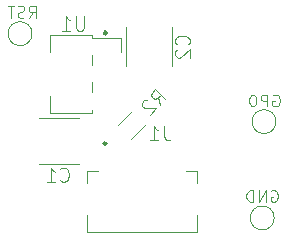
<source format=gbr>
G04 #@! TF.FileFunction,Legend,Bot*
%FSLAX46Y46*%
G04 Gerber Fmt 4.6, Leading zero omitted, Abs format (unit mm)*
G04 Created by KiCad (PCBNEW 4.0.3+e1-6302~38~ubuntu16.04.1-stable) date Sun Aug 14 03:32:14 2016*
%MOMM*%
%LPD*%
G01*
G04 APERTURE LIST*
%ADD10C,0.100000*%
%ADD11C,0.120000*%
%ADD12C,0.250000*%
G04 APERTURE END LIST*
D10*
D11*
X139840000Y-107265000D02*
X143160000Y-107265000D01*
X139840000Y-111135000D02*
X143160000Y-111135000D01*
X147165000Y-102860000D02*
X147165000Y-99540000D01*
X151035000Y-102860000D02*
X151035000Y-99540000D01*
X146469132Y-107835355D02*
X147685355Y-106619132D01*
X147614645Y-108980868D02*
X148830868Y-107764645D01*
X139210000Y-100100000D02*
G75*
G03X139210000Y-100100000I-1010000J0D01*
G01*
X159710000Y-115700000D02*
G75*
G03X159710000Y-115700000I-1010000J0D01*
G01*
X159860000Y-107550000D02*
G75*
G03X159860000Y-107550000I-1010000J0D01*
G01*
X144310000Y-100190000D02*
X140690000Y-100190000D01*
X140690000Y-100190000D02*
X140690000Y-101615000D01*
X140690000Y-105385000D02*
X140690000Y-106810000D01*
X140690000Y-106810000D02*
X144310000Y-106810000D01*
X144310000Y-100190000D02*
X144310000Y-100465000D01*
X144310000Y-101935000D02*
X144310000Y-102765000D01*
X144310000Y-104235000D02*
X144310000Y-105065000D01*
X144310000Y-106535000D02*
X144310000Y-106810000D01*
D12*
X145537000Y-100035000D02*
G75*
G03X145537000Y-100035000I-125000J0D01*
G01*
D11*
X144310000Y-100465000D02*
X146760000Y-100465000D01*
X146760000Y-100465000D02*
X146760000Y-101675000D01*
X143866100Y-116860000D02*
X153136100Y-116860000D01*
X153136100Y-116860000D02*
X153136100Y-115460000D01*
X153136100Y-112740000D02*
X153136100Y-111740000D01*
X143866100Y-111740000D02*
X144766100Y-111740000D01*
X152236100Y-111740000D02*
X153136100Y-111740000D01*
X143866100Y-116860000D02*
X143866100Y-115460000D01*
X143866100Y-112740000D02*
X143866100Y-111740000D01*
D12*
X145501100Y-109390000D02*
G75*
G03X145501100Y-109390000I-125000J0D01*
G01*
D11*
X141599999Y-112528571D02*
X141657142Y-112585714D01*
X141828571Y-112642857D01*
X141942857Y-112642857D01*
X142114285Y-112585714D01*
X142228571Y-112471429D01*
X142285714Y-112357143D01*
X142342857Y-112128571D01*
X142342857Y-111957143D01*
X142285714Y-111728571D01*
X142228571Y-111614286D01*
X142114285Y-111500000D01*
X141942857Y-111442857D01*
X141828571Y-111442857D01*
X141657142Y-111500000D01*
X141599999Y-111557143D01*
X140457142Y-112642857D02*
X141142857Y-112642857D01*
X140799999Y-112642857D02*
X140799999Y-111442857D01*
X140914285Y-111614286D01*
X141028571Y-111728571D01*
X141142857Y-111785714D01*
X152428571Y-101000001D02*
X152485714Y-100942858D01*
X152542857Y-100771429D01*
X152542857Y-100657143D01*
X152485714Y-100485715D01*
X152371429Y-100371429D01*
X152257143Y-100314286D01*
X152028571Y-100257143D01*
X151857143Y-100257143D01*
X151628571Y-100314286D01*
X151514286Y-100371429D01*
X151400000Y-100485715D01*
X151342857Y-100657143D01*
X151342857Y-100771429D01*
X151400000Y-100942858D01*
X151457143Y-101000001D01*
X151457143Y-101457143D02*
X151400000Y-101514286D01*
X151342857Y-101628572D01*
X151342857Y-101914286D01*
X151400000Y-102028572D01*
X151457143Y-102085715D01*
X151571429Y-102142858D01*
X151685714Y-102142858D01*
X151857143Y-102085715D01*
X152542857Y-101400001D01*
X152542857Y-102142858D01*
X150025279Y-106142438D02*
X149904061Y-105455535D01*
X150510152Y-105657564D02*
X149661624Y-104809036D01*
X149338375Y-105132285D01*
X149297969Y-105253504D01*
X149297969Y-105334316D01*
X149338375Y-105455535D01*
X149459593Y-105576753D01*
X149580812Y-105617159D01*
X149661624Y-105617159D01*
X149782843Y-105576753D01*
X150106092Y-105253504D01*
X148934315Y-105697971D02*
X148853502Y-105697971D01*
X148732284Y-105738377D01*
X148530253Y-105940407D01*
X148489847Y-106061626D01*
X148489847Y-106142438D01*
X148530253Y-106263657D01*
X148611065Y-106344469D01*
X148772690Y-106425281D01*
X149742436Y-106425281D01*
X149217157Y-106950560D01*
X138947619Y-98752381D02*
X139280953Y-98276190D01*
X139519048Y-98752381D02*
X139519048Y-97752381D01*
X139138095Y-97752381D01*
X139042857Y-97800000D01*
X138995238Y-97847619D01*
X138947619Y-97942857D01*
X138947619Y-98085714D01*
X138995238Y-98180952D01*
X139042857Y-98228571D01*
X139138095Y-98276190D01*
X139519048Y-98276190D01*
X138566667Y-98704762D02*
X138423810Y-98752381D01*
X138185714Y-98752381D01*
X138090476Y-98704762D01*
X138042857Y-98657143D01*
X137995238Y-98561905D01*
X137995238Y-98466667D01*
X138042857Y-98371429D01*
X138090476Y-98323810D01*
X138185714Y-98276190D01*
X138376191Y-98228571D01*
X138471429Y-98180952D01*
X138519048Y-98133333D01*
X138566667Y-98038095D01*
X138566667Y-97942857D01*
X138519048Y-97847619D01*
X138471429Y-97800000D01*
X138376191Y-97752381D01*
X138138095Y-97752381D01*
X137995238Y-97800000D01*
X137709524Y-97752381D02*
X137138095Y-97752381D01*
X137423810Y-98752381D02*
X137423810Y-97752381D01*
X159461904Y-113400000D02*
X159557142Y-113352381D01*
X159699999Y-113352381D01*
X159842857Y-113400000D01*
X159938095Y-113495238D01*
X159985714Y-113590476D01*
X160033333Y-113780952D01*
X160033333Y-113923810D01*
X159985714Y-114114286D01*
X159938095Y-114209524D01*
X159842857Y-114304762D01*
X159699999Y-114352381D01*
X159604761Y-114352381D01*
X159461904Y-114304762D01*
X159414285Y-114257143D01*
X159414285Y-113923810D01*
X159604761Y-113923810D01*
X158985714Y-114352381D02*
X158985714Y-113352381D01*
X158414285Y-114352381D01*
X158414285Y-113352381D01*
X157938095Y-114352381D02*
X157938095Y-113352381D01*
X157700000Y-113352381D01*
X157557142Y-113400000D01*
X157461904Y-113495238D01*
X157414285Y-113590476D01*
X157366666Y-113780952D01*
X157366666Y-113923810D01*
X157414285Y-114114286D01*
X157461904Y-114209524D01*
X157557142Y-114304762D01*
X157700000Y-114352381D01*
X157938095Y-114352381D01*
X159614285Y-105300000D02*
X159709523Y-105252381D01*
X159852380Y-105252381D01*
X159995238Y-105300000D01*
X160090476Y-105395238D01*
X160138095Y-105490476D01*
X160185714Y-105680952D01*
X160185714Y-105823810D01*
X160138095Y-106014286D01*
X160090476Y-106109524D01*
X159995238Y-106204762D01*
X159852380Y-106252381D01*
X159757142Y-106252381D01*
X159614285Y-106204762D01*
X159566666Y-106157143D01*
X159566666Y-105823810D01*
X159757142Y-105823810D01*
X159138095Y-106252381D02*
X159138095Y-105252381D01*
X158757142Y-105252381D01*
X158661904Y-105300000D01*
X158614285Y-105347619D01*
X158566666Y-105442857D01*
X158566666Y-105585714D01*
X158614285Y-105680952D01*
X158661904Y-105728571D01*
X158757142Y-105776190D01*
X159138095Y-105776190D01*
X157947619Y-105252381D02*
X157852380Y-105252381D01*
X157757142Y-105300000D01*
X157709523Y-105347619D01*
X157661904Y-105442857D01*
X157614285Y-105633333D01*
X157614285Y-105871429D01*
X157661904Y-106061905D01*
X157709523Y-106157143D01*
X157757142Y-106204762D01*
X157852380Y-106252381D01*
X157947619Y-106252381D01*
X158042857Y-106204762D01*
X158090476Y-106157143D01*
X158138095Y-106061905D01*
X158185714Y-105871429D01*
X158185714Y-105633333D01*
X158138095Y-105442857D01*
X158090476Y-105347619D01*
X158042857Y-105300000D01*
X157947619Y-105252381D01*
X143614286Y-98642857D02*
X143614286Y-99614286D01*
X143557143Y-99728571D01*
X143500000Y-99785714D01*
X143385714Y-99842857D01*
X143157143Y-99842857D01*
X143042857Y-99785714D01*
X142985714Y-99728571D01*
X142928571Y-99614286D01*
X142928571Y-98642857D01*
X141728571Y-99842857D02*
X142414286Y-99842857D01*
X142071428Y-99842857D02*
X142071428Y-98642857D01*
X142185714Y-98814286D01*
X142300000Y-98928571D01*
X142414286Y-98985714D01*
X150400000Y-107942857D02*
X150400000Y-108800000D01*
X150457142Y-108971429D01*
X150571428Y-109085714D01*
X150742857Y-109142857D01*
X150857142Y-109142857D01*
X149199999Y-109142857D02*
X149885714Y-109142857D01*
X149542856Y-109142857D02*
X149542856Y-107942857D01*
X149657142Y-108114286D01*
X149771428Y-108228571D01*
X149885714Y-108285714D01*
M02*

</source>
